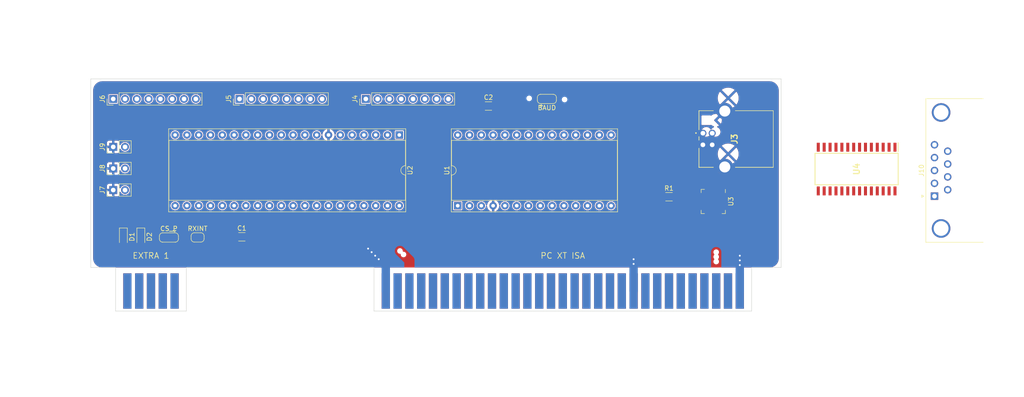
<source format=kicad_pcb>
(kicad_pcb (version 20211014) (generator pcbnew)
  (layers (0 "F.Cu" signal) (31 "B.Cu" signal) (34 "B.Paste" user) (35 "F.Paste" user) (36 "B.SilkS" user "B.Silkscreen") (37 "F.SilkS" user "F.Silkscreen") (38 "B.Mask" user) (39 "F.Mask" user) (44 "Edge.Cuts" user))
  (net 0 "")
  (net 1 "GND")
  (net 2 "RESET")
  (net 3 "VCC")
  (net 10 "~{SMEMW}")
  (net 11 "~{SMEMR}")
  (net 12 "~{IOW}")
  (net 13 "~{IOR}")
  (net 17 "DRQ1")
  (net 19 "BCLK")
  (net 27 "ALE")
  (net 30 "DB7")
  (net 31 "DB6")
  (net 32 "DB5")
  (net 33 "DB4")
  (net 34 "DB3")
  (net 35 "DB2")
  (net 36 "DB1")
  (net 37 "DB0")
  (net 40 "A19")
  (net 41 "A18")
  (net 42 "A17")
  (net 43 "A16")
  (net 44 "A15")
  (net 45 "A14")
  (net 46 "A13")
  (net 47 "A12")
  (net 48 "A11")
  (net 49 "A10")
  (net 50 "A9")
  (net 51 "A8")
  (net 52 "A7")
  (net 53 "A6")
  (net 54 "A5")
  (net 55 "A4")
  (net 56 "A3")
  (net 57 "A2")
  (net 58 "A1")
  (net 59 "A0")
  (net 60 "INT0")
  (net 61 "INT1")
  (net 62 "~{PCS4}")
  (net 63 "BAUD")
  (net 64 "~{PCS6}")
  (net 65 "~{PCS5}")
  (net 66 "DRQ0")
  (net 67 "~{PACK}")
  (net 68 "~{PGMENA}")
  (net 72 "TMR_OUT_0")
  (net 73 "VBUS")
  (net 74 "DN")
  (net 75 "DP")
  (net 76 "Net-(R1-Pad2)")
  (net 77 "RXD")
  (net 78 "~{CTS}")
  (net 79 "TXD")
  (net 80 "~{DSR}")
  (net 81 "~{RTS}")
  (net 82 "~{DTR}")
  (net 83 "300K_CLOCK")
  (net 84 "~{CS_S}")
  (net 85 "~{CS_P}")
  (net 101 "/PA0")
  (net 102 "/PB0")
  (net 103 "/PC0")
  (net 104 "Net-(J4-Pad2)")
  (net 105 "Net-(J4-Pad3)")
  (net 106 "Net-(J4-Pad4)")
  (net 107 "Net-(J4-Pad5)")
  (net 108 "Net-(J4-Pad6)")
  (net 109 "Net-(J4-Pad7)")
  (net 110 "Net-(J4-Pad8)")
  (net 111 "Net-(J5-Pad2)")
  (net 112 "Net-(J5-Pad3)")
  (net 113 "Net-(J5-Pad4)")
  (net 114 "Net-(J5-Pad5)")
  (net 115 "Net-(J5-Pad6)")
  (net 116 "Net-(J5-Pad7)")
  (net 117 "Net-(J5-Pad8)")
  (net 118 "Net-(J6-Pad2)")
  (net 119 "Net-(J6-Pad3)")
  (net 120 "Net-(J6-Pad4)")
  (net 121 "Net-(J6-Pad5)")
  (net 122 "Net-(J6-Pad6)")
  (net 123 "Net-(J6-Pad7)")
  (net 124 "Net-(J6-Pad8)")
  (net 125 "Net-(JP3-Pad1)")
  (net 138 "RS232.DCD")
  (net 139 "RS232.RXD")
  (net 140 "RS232.TXD")
  (net 141 "RS232.DTR")
  (net 142 "RS232.DSR")
  (net 143 "RS232.RTS")
  (net 144 "RS232.CTS")
  (net 145 "RS232.RI")
  (footprint "Connector_PinHeader_2.54mm:PinHeader_1x08_P2.54mm_Vertical" (layer "F.Cu") (at 132.095 82.804 90)
    (fp_text reference "J4" (at 0 -2.33 90) (layer "F.SilkS"))
    (fp_text value "PA")
    (pad "1" thru_hole rect (at 0 0 90) (size 1.7 1.7) (drill 1) (layers *.Cu *.Mask) (net 101 "/PA0"))
    (pad "2" thru_hole oval (at 0 2.54 90) (size 1.7 1.7) (drill 1) (layers *.Cu *.Mask) (net 104 "Net-(J4-Pad2)"))
    (pad "3" thru_hole oval (at 0 5.08 90) (size 1.7 1.7) (drill 1) (layers *.Cu *.Mask) (net 105 "Net-(J4-Pad3)"))
    (pad "4" thru_hole oval (at 0 7.62 90) (size 1.7 1.7) (drill 1) (layers *.Cu *.Mask) (net 106 "Net-(J4-Pad4)"))
    (pad "5" thru_hole oval (at 0 10.16 90) (size 1.7 1.7) (drill 1) (layers *.Cu *.Mask) (net 107 "Net-(J4-Pad5)"))
    (pad "6" thru_hole oval (at 0 12.7 90) (size 1.7 1.7) (drill 1) (layers *.Cu *.Mask) (net 108 "Net-(J4-Pad6)"))
    (pad "7" thru_hole oval (at 0 15.24 90) (size 1.7 1.7) (drill 1) (layers *.Cu *.Mask) (net 109 "Net-(J4-Pad7)"))
    (pad "8" thru_hole oval (at 0 17.78 90) (size 1.7 1.7) (drill 1) (layers *.Cu *.Mask) (net 110 "Net-(J4-Pad8)"))
  )
  (footprint "61729-0010BLF:617290010BLF" (layer "F.Cu") (at 204.655 90.19 90)
    (fp_text reference "J3" (at -1.25 6.8 90) (layer "F.SilkS") (effects (font (size 1.27 1.27) (thickness 0.254))))
    (fp_text value "USB_B" hide)
    (pad "1" thru_hole circle locked (at 0 0 90) (size 1.5 1.5) (drill 1) (layers *.Cu *.Mask) (net 3 "VCC"))
    (pad "2" thru_hole circle locked (at -2.5 0 90) (size 1.5 1.5) (drill 1) (layers *.Cu *.Mask) (net 74 "DN"))
    (pad "3" thru_hole circle locked (at -2.5 2 90) (size 1.5 1.5) (drill 1) (layers *.Cu *.Mask) (net 75 "DP"))
    (pad "4" thru_hole circle locked (at 0 2 90) (size 1.5 1.5) (drill 1) (layers *.Cu *.Mask) (net 1 "GND"))
    (pad "MH1" thru_hole circle locked (at 4.77 4.71 90) (size 3.57 3.57) (drill 2.38) (layers *.Cu *.Mask))
    (pad "MH2" thru_hole circle locked (at -7.27 4.71 90) (size 3.57 3.57) (drill 2.38) (layers *.Cu *.Mask))
  )
  (footprint "Capacitor_SMD:C_1206_3216Metric_Pad1.33x1.80mm_HandSolder" (layer "F.Cu") (at 105.41 112.522)
    (fp_text reference "C1" (at 0 -1.85) (layer "F.SilkS"))
    (fp_text value "100n/0.1u PWR")
    (pad "1" smd roundrect (at -1.5625 0) (size 1.325 1.8) (layers "F.Cu" "F.Paste" "F.Mask") (roundrect_rratio 0.188679) (net 3 "VCC"))
    (pad "2" smd roundrect (at 1.5625 0) (size 1.325 1.8) (layers "F.Cu" "F.Paste" "F.Mask") (roundrect_rratio 0.188679) (net 1 "GND"))
  )
  (footprint "Connector_PinHeader_2.54mm:PinHeader_1x08_P2.54mm_Vertical" (layer "F.Cu") (at 104.9095 82.804 90)
    (fp_text reference "J5" (at 0 -2.33 90) (layer "F.SilkS"))
    (fp_text value "PB")
    (pad "1" thru_hole rect (at 0 0 90) (size 1.7 1.7) (drill 1) (layers *.Cu *.Mask) (net 102 "/PB0"))
    (pad "2" thru_hole oval (at 0 2.54 90) (size 1.7 1.7) (drill 1) (layers *.Cu *.Mask) (net 111 "Net-(J5-Pad2)"))
    (pad "3" thru_hole oval (at 0 5.08 90) (size 1.7 1.7) (drill 1) (layers *.Cu *.Mask) (net 112 "Net-(J5-Pad3)"))
    (pad "4" thru_hole oval (at 0 7.62 90) (size 1.7 1.7) (drill 1) (layers *.Cu *.Mask) (net 113 "Net-(J5-Pad4)"))
    (pad "5" thru_hole oval (at 0 10.16 90) (size 1.7 1.7) (drill 1) (layers *.Cu *.Mask) (net 114 "Net-(J5-Pad5)"))
    (pad "6" thru_hole oval (at 0 12.7 90) (size 1.7 1.7) (drill 1) (layers *.Cu *.Mask) (net 115 "Net-(J5-Pad6)"))
    (pad "7" thru_hole oval (at 0 15.24 90) (size 1.7 1.7) (drill 1) (layers *.Cu *.Mask) (net 116 "Net-(J5-Pad7)"))
    (pad "8" thru_hole oval (at 0 17.78 90) (size 1.7 1.7) (drill 1) (layers *.Cu *.Mask) (net 117 "Net-(J5-Pad8)"))
  )
  (footprint "ISA-X:ISA-X" (layer "F.Cu") (at 212.598 124.206)
    (fp_text reference "J1" hide)
    (fp_text value "PC XT ISA" (at -38.1 -7.62) (layer "F.SilkS") (effects (font (size 1.27 1.27))))
    (pad "1" connect rect (at 0 0) (size 1.78 7.62) (layers "B.Cu" "B.Mask") (net 1 "GND"))
    (pad "2" connect rect (at -2.54 0) (size 1.78 7.62) (layers "B.Cu" "B.Mask") (net 2 "RESET"))
    (pad "3" connect rect (at -5.08 0) (size 1.78 7.62) (layers "B.Cu" "B.Mask") (net 3 "VCC"))
    (pad "4" connect rect (at -7.62 0) (size 1.78 7.62) (layers "B.Cu" "B.Mask"))
    (pad "5" connect rect (at -10.16 0) (size 1.78 7.62) (layers "B.Cu" "B.Mask"))
    (pad "6" connect rect (at -12.7 0) (size 1.78 7.62) (layers "B.Cu" "B.Mask"))
    (pad "7" connect rect (at -15.24 0) (size 1.78 7.62) (layers "B.Cu" "B.Mask"))
    (pad "8" connect rect (at -17.78 0) (size 1.78 7.62) (layers "B.Cu" "B.Mask"))
    (pad "9" connect rect (at -20.32 0) (size 1.78 7.62) (layers "B.Cu" "B.Mask"))
    (pad "10" connect rect (at -22.86 0) (size 1.78 7.62) (layers "B.Cu" "B.Mask") (net 1 "GND"))
    (pad "11" connect rect (at -25.4 0) (size 1.78 7.62) (layers "B.Cu" "B.Mask") (net 10 "~{SMEMW}"))
    (pad "12" connect rect (at -27.94 0) (size 1.78 7.62) (layers "B.Cu" "B.Mask") (net 11 "~{SMEMR}"))
    (pad "13" connect rect (at -30.48 0) (size 1.78 7.62) (layers "B.Cu" "B.Mask") (net 12 "~{IOW}"))
    (pad "14" connect rect (at -33.02 0) (size 1.78 7.62) (layers "B.Cu" "B.Mask") (net 13 "~{IOR}"))
    (pad "15" connect rect (at -35.56 0) (size 1.78 7.62) (layers "B.Cu" "B.Mask"))
    (pad "16" connect rect (at -38.1 0) (size 1.78 7.62) (layers "B.Cu" "B.Mask"))
    (pad "17" connect rect (at -40.64 0) (size 1.78 7.62) (layers "B.Cu" "B.Mask"))
    (pad "18" connect rect (at -43.18 0) (size 1.78 7.62) (layers "B.Cu" "B.Mask") (net 17 "DRQ1"))
    (pad "19" connect rect (at -45.72 0) (size 1.78 7.62) (layers "B.Cu" "B.Mask"))
    (pad "20" connect rect (at -48.26 0) (size 1.78 7.62) (layers "B.Cu" "B.Mask") (net 19 "BCLK"))
    (pad "21" connect rect (at -50.8 0) (size 1.78 7.62) (layers "B.Cu" "B.Mask"))
    (pad "22" connect rect (at -53.34 0) (size 1.78 7.62) (layers "B.Cu" "B.Mask"))
    (pad "23" connect rect (at -55.88 0) (size 1.78 7.62) (layers "B.Cu" "B.Mask"))
    (pad "24" connect rect (at -58.42 0) (size 1.78 7.62) (layers "B.Cu" "B.Mask"))
    (pad "25" connect rect (at -60.96 0) (size 1.78 7.62) (layers "B.Cu" "B.Mask"))
    (pad "26" connect rect (at -63.5 0) (size 1.78 7.62) (layers "B.Cu" "B.Mask"))
    (pad "27" connect rect (at -66.04 0) (size 1.78 7.62) (layers "B.Cu" "B.Mask"))
    (pad "28" connect rect (at -68.58 0) (size 1.78 7.62) (layers "B.Cu" "B.Mask") (net 27 "ALE"))
    (pad "29" connect rect (at -71.12 0) (size 1.78 7.62) (layers "B.Cu" "B.Mask") (net 3 "VCC"))
    (pad "30" connect rect (at -73.66 0) (size 1.78 7.62) (layers "B.Cu" "B.Mask"))
    (pad "31" connect rect (at -76.2 0) (size 1.78 7.62) (layers "B.Cu" "B.Mask") (net 1 "GND"))
    (pad "32" connect rect (at 0 0) (size 1.78 7.62) (layers "F.Cu" "F.Mask"))
    (pad "33" connect rect (at -2.54 0) (size 1.78 7.62) (layers "F.Cu" "F.Mask") (net 30 "DB7"))
    (pad "34" connect rect (at -5.08 0) (size 1.78 7.62) (layers "F.Cu" "F.Mask") (net 31 "DB6"))
    (pad "35" connect rect (at -7.62 0) (size 1.78 7.62) (layers "F.Cu" "F.Mask") (net 32 "DB5"))
    (pad "36" connect rect (at -10.16 0) (size 1.78 7.62) (layers "F.Cu" "F.Mask") (net 33 "DB4"))
    (pad "37" connect rect (at -12.7 0) (size 1.78 7.62) (layers "F.Cu" "F.Mask") (net 34 "DB3"))
    (pad "38" connect rect (at -15.24 0) (size 1.78 7.62) (layers "F.Cu" "F.Mask") (net 35 "DB2"))
    (pad "39" connect rect (at -17.78 0) (size 1.78 7.62) (layers "F.Cu" "F.Mask") (net 36 "DB1"))
    (pad "40" connect rect (at -20.32 0) (size 1.78 7.62) (layers "F.Cu" "F.Mask") (net 37 "DB0"))
    (pad "41" connect rect (at -22.86 0) (size 1.78 7.62) (layers "F.Cu" "F.Mask"))
    (pad "42" connect rect (at -25.4 0) (size 1.78 7.62) (layers "F.Cu" "F.Mask"))
    (pad "43" connect rect (at -27.94 0) (size 1.78 7.62) (layers "F.Cu" "F.Mask") (net 40 "A19"))
    (pad "44" connect rect (at -30.48 0) (size 1.78 7.62) (layers "F.Cu" "F.Mask") (net 41 "A18"))
    (pad "45" connect rect (at -33.02 0) (size 1.78 7.62) (layers "F.Cu" "F.Mask") (net 42 "A17"))
    (pad "46" connect rect (at -35.56 0) (size 1.78 7.62) (layers "F.Cu" "F.Mask") (net 43 "A16"))
    (pad "47" connect rect (at -38.1 0) (size 1.78 7.62) (layers "F.Cu" "F.Mask") (net 44 "A15"))
    (pad "48" connect rect (at -40.64 0) (size 1.78 7.62) (layers "F.Cu" "F.Mask") (net 45 "A14"))
    (pad "49" connect rect (at -43.18 0) (size 1.78 7.62) (layers "F.Cu" "F.Mask") (net 46 "A13"))
    (pad "50" connect rect (at -45.72 0) (size 1.78 7.62) (layers "F.Cu" "F.Mask") (net 47 "A12"))
    (pad "51" connect rect (at -48.26 0) (size 1.78 7.62) (layers "F.Cu" "F.Mask") (net 48 "A11"))
    (pad "52" connect rect (at -50.8 0) (size 1.78 7.62) (layers "F.Cu" "F.Mask") (net 49 "A10"))
    (pad "53" connect rect (at -53.34 0) (size 1.78 7.62) (layers "F.Cu" "F.Mask") (net 50 "A9"))
    (pad "54" connect rect (at -55.88 0) (size 1.78 7.62) (layers "F.Cu" "F.Mask") (net 51 "A8"))
    (pad "55" connect rect (at -58.42 0) (size 1.78 7.62) (layers "F.Cu" "F.Mask") (net 52 "A7"))
    (pad "56" connect rect (at -60.96 0) (size 1.78 7.62) (layers "F.Cu" "F.Mask") (net 53 "A6"))
    (pad "57" connect rect (at -63.5 0) (size 1.78 7.62) (layers "F.Cu" "F.Mask") (net 54 "A5"))
    (pad "58" connect rect (at -66.04 0) (size 1.78 7.62) (layers "F.Cu" "F.Mask") (net 55 "A4"))
    (pad "59" connect rect (at -68.58 0) (size 1.78 7.62) (layers "F.Cu" "F.Mask") (net 56 "A3"))
    (pad "60" connect rect (at -71.12 0) (size 1.78 7.62) (layers "F.Cu" "F.Mask") (net 57 "A2"))
    (pad "61" connect rect (at -73.66 0) (size 1.78 7.62) (layers "F.Cu" "F.Mask") (net 58 "A1"))
    (pad "62" connect rect (at -76.2 0) (size 1.78 7.62) (layers "F.Cu" "F.Mask") (net 59 "A0"))
  )
  (footprint "Diode_SMD:D_SOD-323_HandSoldering" (layer "F.Cu") (at 83.6676 112.522 -90)
    (fp_text reference "D2" (at 0 -1.85 90) (layer "F.SilkS"))
    (fp_text value "Dg")
    (pad "1" smd rect (at -1.25 0 270) (size 1 1) (layers "F.Cu" "F.Paste" "F.Mask") (net 85 "~{CS_P}"))
    (pad "2" smd rect (at 1.25 0 270) (size 1 1) (layers "F.Cu" "F.Paste" "F.Mask") (net 67 "~{PACK}"))
  )
  (footprint "Package_DIP:DIP-28_W15.24mm_Socket" (layer "F.Cu") (at 151.877 105.8164 90)
    (fp_text reference "U1" (at 7.62 -2.33 90) (layer "F.SilkS"))
    (fp_text value "8251A")
    (pad "1" thru_hole rect (at 0 0 90) (size 1.6 1.6) (drill 0.8) (layers *.Cu *.Mask) (net 35 "DB2"))
    (pad "2" thru_hole oval (at 0 2.54 90) (size 1.6 1.6) (drill 0.8) (layers *.Cu *.Mask) (net 34 "DB3"))
    (pad "3" thru_hole oval (at 0 5.08 90) (size 1.6 1.6) (drill 0.8) (layers *.Cu *.Mask) (net 77 "RXD"))
    (pad "4" thru_hole oval (at 0 7.62 90) (size 1.6 1.6) (drill 0.8) (layers *.Cu *.Mask) (net 1 "GND"))
    (pad "5" thru_hole oval (at 0 10.16 90) (size 1.6 1.6) (drill 0.8) (layers *.Cu *.Mask) (net 33 "DB4"))
    (pad "6" thru_hole oval (at 0 12.7 90) (size 1.6 1.6) (drill 0.8) (layers *.Cu *.Mask) (net 32 "DB5"))
    (pad "7" thru_hole oval (at 0 15.24 90) (size 1.6 1.6) (drill 0.8) (layers *.Cu *.Mask) (net 31 "DB6"))
    (pad "8" thru_hole oval (at 0 17.78 90) (size 1.6 1.6) (drill 0.8) (layers *.Cu *.Mask) (net 30 "DB7"))
    (pad "9" thru_hole oval (at 0 20.32 90) (size 1.6 1.6) (drill 0.8) (layers *.Cu *.Mask) (net 63 "BAUD"))
    (pad "10" thru_hole oval (at 0 22.86 90) (size 1.6 1.6) (drill 0.8) (layers *.Cu *.Mask) (net 12 "~{IOW}"))
    (pad "11" thru_hole oval (at 0 25.4 90) (size 1.6 1.6) (drill 0.8) (layers *.Cu *.Mask) (net 84 "~{CS_S}"))
    (pad "12" thru_hole oval (at 0 27.94 90) (size 1.6 1.6) (drill 0.8) (layers *.Cu *.Mask) (net 59 "A0"))
    (pad "13" thru_hole oval (at 0 30.48 90) (size 1.6 1.6) (drill 0.8) (layers *.Cu *.Mask) (net 13 "~{IOR}"))
    (pad "14" thru_hole oval (at 0 33.02 90) (size 1.6 1.6) (drill 0.8) (layers *.Cu *.Mask) (net 125 "Net-(JP3-Pad1)"))
    (pad "15" thru_hole oval (at 15.24 33.02 90) (size 1.6 1.6) (drill 0.8) (layers *.Cu *.Mask))
    (pad "16" thru_hole oval (at 15.24 30.48 90) (size 1.6 1.6) (drill 0.8) (layers *.Cu *.Mask))
    (pad "17" thru_hole oval (at 15.24 27.94 90) (size 1.6 1.6) (drill 0.8) (layers *.Cu *.Mask) (net 78 "~{CTS}"))
    (pad "18" thru_hole oval (at 15.24 25.4 90) (size 1.6 1.6) (drill 0.8) (layers *.Cu *.Mask))
    (pad "19" thru_hole oval (at 15.24 22.86 90) (size 1.6 1.6) (drill 0.8) (layers *.Cu *.Mask) (net 79 "TXD"))
    (pad "20" thru_hole oval (at 15.24 20.32 90) (size 1.6 1.6) (drill 0.8) (layers *.Cu *.Mask) (net 19 "BCLK"))
    (pad "21" thru_hole oval (at 15.24 17.78 90) (size 1.6 1.6) (drill 0.8) (layers *.Cu *.Mask) (net 2 "RESET"))
    (pad "22" thru_hole oval (at 15.24 15.24 90) (size 1.6 1.6) (drill 0.8) (layers *.Cu *.Mask) (net 80 "~{DSR}"))
    (pad "23" thru_hole oval (at 15.24 12.7 90) (size 1.6 1.6) (drill 0.8) (layers *.Cu *.Mask) (net 81 "~{RTS}"))
    (pad "24" thru_hole oval (at 15.24 10.16 90) (size 1.6 1.6) (drill 0.8) (layers *.Cu *.Mask) (net 82 "~{DTR}"))
    (pad "25" thru_hole oval (at 15.24 7.62 90) (size 1.6 1.6) (drill 0.8) (layers *.Cu *.Mask) (net 63 "BAUD"))
    (pad "26" thru_hole oval (at 15.24 5.08 90) (size 1.6 1.6) (drill 0.8) (layers *.Cu *.Mask) (net 3 "VCC"))
    (pad "27" thru_hole oval (at 15.24 2.54 90) (size 1.6 1.6) (drill 0.8) (layers *.Cu *.Mask) (net 37 "DB0"))
    (pad "28" thru_hole oval (at 15.24 0 90) (size 1.6 1.6) (drill 0.8) (layers *.Cu *.Mask) (net 36 "DB1"))
  )
  (footprint "Jumper:SolderJumper-3_P1.3mm_Open_RoundedPad1.0x1.5mm" (layer "F.Cu") (at 171.069 82.804)
    (fp_text reference "JP1" hide)
    (fp_text value "BAUD" (at 0 1.9) (layer "F.SilkS"))
    (pad "1" smd custom (at -1.3 0) (size 1 0.5) (layers "F.Cu" "F.Mask") (net 72 "TMR_OUT_0") (options (clearance outline) (anchor rect)) (primitives (gr_circle (center 0 0.25) (end 0.5 0.25) (width 0) (fill yes)) (gr_circle (center 0 -0.25) (end 0.5 -0.25) (width 0) (fill yes)) (gr_poly (pts (xy 0.55 0.75) (xy 0 0.75) (xy 0 -0.75) (xy 0.55 -0.75)) (width 0) (fill yes))))
    (pad "2" smd rect (at 0 0) (size 1 1.5) (layers "F.Cu" "F.Mask") (net 63 "BAUD"))
    (pad "3" smd custom (at 1.3 0) (size 1 0.5) (layers "F.Cu" "F.Mask") (net 83 "300K_CLOCK") (options (clearance outline) (anchor rect)) (primitives (gr_circle (center 0 0.25) (end 0.5 0.25) (width 0) (fill yes)) (gr_circle (center 0 -0.25) (end 0.5 -0.25) (width 0) (fill yes)) (gr_poly (pts (xy 0 0.75) (xy -0.55 0.75) (xy -0.55 -0.75) (xy 0 -0.75)) (width 0) (fill yes))))
  )
  (footprint "Capacitor_SMD:C_1206_3216Metric_Pad1.33x1.80mm_HandSolder" (layer "F.Cu") (at 158.496 84.328)
    (fp_text reference "C2" (at 0 -1.85) (layer "F.SilkS"))
    (fp_text value "100n/0.1u PWR")
    (pad "1" smd roundrect (at -1.5625 0) (size 1.325 1.8) (layers "F.Cu" "F.Paste" "F.Mask") (roundrect_rratio 0.188679) (net 3 "VCC"))
    (pad "2" smd roundrect (at 1.5625 0) (size 1.325 1.8) (layers "F.Cu" "F.Paste" "F.Mask") (roundrect_rratio 0.188679) (net 1 "GND"))
  )
  (footprint "Connector_PinHeader_2.54mm:PinHeader_1x08_P2.54mm_Vertical" (layer "F.Cu") (at 77.724 82.804 90)
    (fp_text reference "J6" (at 0 -2.33 90) (layer "F.SilkS"))
    (fp_text value "PC")
    (pad "1" thru_hole rect (at 0 0 90) (size 1.7 1.7) (drill 1) (layers *.Cu *.Mask) (net 103 "/PC0"))
    (pad "2" thru_hole oval (at 0 2.54 90) (size 1.7 1.7) (drill 1) (layers *.Cu *.Mask) (net 118 "Net-(J6-Pad2)"))
    (pad "3" thru_hole oval (at 0 5.08 90) (size 1.7 1.7) (drill 1) (layers *.Cu *.Mask) (net 119 "Net-(J6-Pad3)"))
    (pad "4" thru_hole oval (at 0 7.62 90) (size 1.7 1.7) (drill 1) (layers *.Cu *.Mask) (net 120 "Net-(J6-Pad4)"))
    (pad "5" thru_hole oval (at 0 10.16 90) (size 1.7 1.7) (drill 1) (layers *.Cu *.Mask) (net 121 "Net-(J6-Pad5)"))
    (pad "6" thru_hole oval (at 0 12.7 90) (size 1.7 1.7) (drill 1) (layers *.Cu *.Mask) (net 122 "Net-(J6-Pad6)"))
    (pad "7" thru_hole oval (at 0 15.24 90) (size 1.7 1.7) (drill 1) (layers *.Cu *.Mask) (net 123 "Net-(J6-Pad7)"))
    (pad "8" thru_hole oval (at 0 17.78 90) (size 1.7 1.7) (drill 1) (layers *.Cu *.Mask) (net 124 "Net-(J6-Pad8)"))
  )
  (footprint "Diode_SMD:D_SOD-323_HandSoldering" (layer "F.Cu") (at 79.9084 112.522 -90)
    (fp_text reference "D1" (at 0 -1.85 90) (layer "F.SilkS"))
    (fp_text value "Dg")
    (pad "1" smd rect (at -1.25 0 270) (size 1 1) (layers "F.Cu" "F.Paste" "F.Mask") (net 84 "~{CS_S}"))
    (pad "2" smd rect (at 1.25 0 270) (size 1 1) (layers "F.Cu" "F.Paste" "F.Mask") (net 67 "~{PACK}"))
  )
  (footprint "Connector_PinHeader_2.54mm:PinHeader_1x02_P2.54mm_Vertical" (layer "F.Cu") (at 77.724 93.14 90)
    (fp_text reference "J9" (at 0 -2.33 90) (layer "F.SilkS"))
    (fp_text value "PWR")
    (pad "1" thru_hole rect (at 0 0 90) (size 1.7 1.7) (drill 1) (layers *.Cu *.Mask) (net 1 "GND"))
    (pad "2" thru_hole oval (at 0 2.54 90) (size 1.7 1.7) (drill 1) (layers *.Cu *.Mask) (net 3 "VCC"))
  )
  (footprint "Connector_Dsub:DSUB-9_Male_Horizontal_P2.77x2.84mm_EdgePinOffset7.70mm_Housed_MountingHolesOffset9.12mm" (layer "F.Cu") (at 254.508 103.759 90)
    (fp_text reference "J10" (at 5.54 -2.8 90) (layer "F.SilkS"))
    (fp_text value "DB9_Male_MountingHoles")
    (pad "0" thru_hole circle (at -6.96 1.42 90) (size 4 4) (drill 3.2) (layers *.Cu *.Mask) (net 1 "GND"))
    (pad "0" thru_hole circle (at 18.04 1.42 90) (size 4 4) (drill 3.2) (layers *.Cu *.Mask) (net 1 "GND"))
    (pad "1" thru_hole rect (at 0 0 90) (size 1.6 1.6) (drill 1) (layers *.Cu *.Mask) (net 138 "RS232.DCD"))
    (pad "2" thru_hole circle (at 2.77 0 90) (size 1.6 1.6) (drill 1) (layers *.Cu *.Mask) (net 139 "RS232.RXD"))
    (pad "3" thru_hole circle (at 5.54 0 90) (size 1.6 1.6) (drill 1) (layers *.Cu *.Mask) (net 140 "RS232.TXD"))
    (pad "4" thru_hole circle (at 8.31 0 90) (size 1.6 1.6) (drill 1) (layers *.Cu *.Mask) (net 141 "RS232.DTR"))
    (pad "5" thru_hole circle (at 11.08 0 90) (size 1.6 1.6) (drill 1) (layers *.Cu *.Mask) (net 1 "GND"))
    (pad "6" thru_hole circle (at 1.385 2.84 90) (size 1.6 1.6) (drill 1) (layers *.Cu *.Mask) (net 142 "RS232.DSR"))
    (pad "7" thru_hole circle (at 4.155 2.84 90) (size 1.6 1.6) (drill 1) (layers *.Cu *.Mask) (net 143 "RS232.RTS"))
    (pad "8" thru_hole circle (at 6.925 2.84 90) (size 1.6 1.6) (drill 1) (layers *.Cu *.Mask) (net 144 "RS232.CTS"))
    (pad "9" thru_hole circle (at 9.695 2.84 90) (size 1.6 1.6) (drill 1) (layers *.Cu *.Mask) (net 145 "RS232.RI"))
  )
  (footprint "Connector_PinHeader_2.54mm:PinHeader_1x02_P2.54mm_Vertical" (layer "F.Cu") (at 77.724 97.79 90)
    (fp_text reference "J8" (at 0 -2.33 90) (layer "F.SilkS"))
    (fp_text value "PWR")
    (pad "1" thru_hole rect (at 0 0 90) (size 1.7 1.7) (drill 1) (layers *.Cu *.Mask) (net 1 "GND"))
    (pad "2" thru_hole oval (at 0 2.54 90) (size 1.7 1.7) (drill 1) (layers *.Cu *.Mask) (net 3 "VCC"))
  )
  (footprint "Jumper:SolderJumper-2_P1.3mm_Open_RoundedPad1.0x1.5mm" (layer "F.Cu") (at 95.885 112.649 180)
    (fp_text reference "JP3" hide)
    (fp_text value "RXINT" (at 0 1.9) (layer "F.SilkS"))
    (pad "1" smd custom (at -0.65 0 180) (size 1 0.5) (layers "F.Cu" "F.Mask") (net 125 "Net-(JP3-Pad1)") (options (clearance outline) (anchor rect)) (primitives (gr_circle (center 0 0.25) (end 0.5 0.25) (width 0) (fill yes)) (gr_circle (center 0 -0.25) (end 0.5 -0.25) (width 0) (fill yes)) (gr_poly (pts (xy 0.5 0.75) (xy 0 0.75) (xy 0 -0.75) (xy 0.5 -0.75)) (width 0) (fill yes))))
    (pad "2" smd custom (at 0.65 0 180) (size 1 0.5) (layers "F.Cu" "F.Mask") (net 60 "INT0") (options (clearance outline) (anchor rect)) (primitives (gr_circle (center 0 0.25) (end 0.5 0.25) (width 0) (fill yes)) (gr_circle (center 0 -0.25) (end 0.5 -0.25) (width 0) (fill yes)) (gr_poly (pts (xy 0 0.75) (xy -0.5 0.75) (xy -0.5 -0.75) (xy 0 -0.75)) (width 0) (fill yes))))
  )
  (footprint "Package_DIP:DIP-40_W15.24mm_Socket" (layer "F.Cu") (at 139.3036 90.5664 -90)
    (fp_text reference "U2" (at 7.62 -2.33 90) (layer "F.SilkS"))
    (fp_text value "8255")
    (pad "1" thru_hole rect (at 0 0 270) (size 1.6 1.6) (drill 0.8) (layers *.Cu *.Mask) (net 106 "Net-(J4-Pad4)"))
    (pad "2" thru_hole oval (at 0 2.54 270) (size 1.6 1.6) (drill 0.8) (layers *.Cu *.Mask) (net 105 "Net-(J4-Pad3)"))
    (pad "3" thru_hole oval (at 0 5.08 270) (size 1.6 1.6) (drill 0.8) (layers *.Cu *.Mask) (net 104 "Net-(J4-Pad2)"))
    (pad "4" thru_hole oval (at 0 7.62 270) (size 1.6 1.6) (drill 0.8) (layers *.Cu *.Mask) (net 101 "/PA0"))
    (pad "5" thru_hole oval (at 0 10.16 270) (size 1.6 1.6) (drill 0.8) (layers *.Cu *.Mask) (net 13 "~{IOR}"))
    (pad "6" thru_hole oval (at 0 12.7 270) (size 1.6 1.6) (drill 0.8) (layers *.Cu *.Mask) (net 85 "~{CS_P}"))
    (pad "7" thru_hole oval (at 0 15.24 270) (size 1.6 1.6) (drill 0.8) (layers *.Cu *.Mask) (net 1 "GND"))
    (pad "8" thru_hole oval (at 0 17.78 270) (size 1.6 1.6) (drill 0.8) (layers *.Cu *.Mask) (net 58 "A1"))
    (pad "9" thru_hole oval (at 0 20.32 270) (size 1.6 1.6) (drill 0.8) (layers *.Cu *.Mask) (net 59 "A0"))
    (pad "10" thru_hole oval (at 0 22.86 270) (size 1.6 1.6) (drill 0.8) (layers *.Cu *.Mask) (net 124 "Net-(J6-Pad8)"))
    (pad "11" thru_hole oval (at 0 25.4 270) (size 1.6 1.6) (drill 0.8) (layers *.Cu *.Mask) (net 123 "Net-(J6-Pad7)"))
    (pad "12" thru_hole oval (at 0 27.94 270) (size 1.6 1.6) (drill 0.8) (layers *.Cu *.Mask) (net 122 "Net-(J6-Pad6)"))
    (pad "13" thru_hole oval (at 0 30.48 270) (size 1.6 1.6) (drill 0.8) (layers *.Cu *.Mask) (net 121 "Net-(J6-Pad5)"))
    (pad "14" thru_hole oval (at 0 33.02 270) (size 1.6 1.6) (drill 0.8) (layers *.Cu *.Mask) (net 103 "/PC0"))
    (pad "15" thru_hole oval (at 0 35.56 270) (size 1.6 1.6) (drill 0.8) (layers *.Cu *.Mask) (net 118 "Net-(J6-Pad2)"))
    (pad "16" thru_hole oval (at 0 38.1 270) (size 1.6 1.6) (drill 0.8) (layers *.Cu *.Mask) (net 119 "Net-(J6-Pad3)"))
    (pad "17" thru_hole oval (at 0 40.64 270) (size 1.6 1.6) (drill 0.8) (layers *.Cu *.Mask) (net 120 "Net-(J6-Pad4)"))
    (pad "18" thru_hole oval (at 0 43.18 270) (size 1.6 1.6) (drill 0.8) (layers *.Cu *.Mask) (net 102 "/PB0"))
    (pad "19" thru_hole oval (at 0 45.72 270) (size 1.6 1.6) (drill 0.8) (layers *.Cu *.Mask) (net 111 "Net-(J5-Pad2)"))
    (pad "20" thru_hole oval (at 0 48.26 270) (size 1.6 1.6) (drill 0.8) (layers *.Cu *.Mask) (net 112 "Net-(J5-Pad3)"))
    (pad "21" thru_hole oval (at 15.24 48.26 270) (size 1.6 1.6) (drill 0.8) (layers *.Cu *.Mask) (net 113 "Net-(J5-Pad4)"))
    (pad "22" thru_hole oval (at 15.24 45.72 270) (size 1.6 1.6) (drill 0.8) (layers *.Cu *.Mask) (net 114 "Net-(J5-Pad5)"))
    (pad "23" thru_hole oval (at 15.24 43.18 270) (size 1.6 1.6) (drill 0.8) (layers *.Cu *.Mask) (net 115 "Net-(J5-Pad6)"))
    (pad "24" thru_hole oval (at 15.24 40.64 270) (size 1.6 1.6) (drill 0.8) (layers *.Cu *.Mask) (net 116 "Net-(J5-Pad7)"))
    (pad "25" thru_hole oval (at 15.24 38.1 270) (size 1.6 1.6) (drill 0.8) (layers *.Cu *.Mask) (net 117 "Net-(J5-Pad8)"))
    (pad "26" thru_hole oval (at 15.24 35.56 270) (size 1.6 1.6) (drill 0.8) (layers *.Cu *.Mask) (net 3 "VCC"))
    (pad "27" thru_hole oval (at 15.24 33.02 270) (size 1.6 1.6) (drill 0.8) (layers *.Cu *.Mask) (net 30 "DB7"))
    (pad "28" thru_hole oval (at 15.24 30.48 270) (size 1.6 1.6) (drill 0.8) (layers *.Cu *.Mask) (net 31 "DB6"))
    (pad "29" thru_hole oval (at 15.24 27.94 270) (size 1.6 1.6) (drill 0.8) (layers *.Cu *.Mask) (net 32 "DB5"))
    (pad "30" thru_hole oval (at 15.24 25.4 270) (size 1.6 1.6) (drill 0.8) (layers *.Cu *.Mask) (net 33 "DB4"))
    (pad "31" thru_hole oval (at 15.24 22.86 270) (size 1.6 1.6) (drill 0.8) (layers *.Cu *.Mask) (net 34 "DB3"))
    (pad "32" thru_hole oval (at 15.24 20.32 270) (size 1.6 1.6) (drill 0.8) (layers *.Cu *.Mask) (net 35 "DB2"))
    (pad "33" thru_hole oval (at 15.24 17.78 270) (size 1.6 1.6) (drill 0.8) (layers *.Cu *.Mask) (net 36 "DB1"))
    (pad "34" thru_hole oval (at 15.24 15.24 270) (size 1.6 1.6) (drill 0.8) (layers *.Cu *.Mask) (net 37 "DB0"))
    (pad "35" thru_hole oval (at 15.24 12.7 270) (size 1.6 1.6) (drill 0.8) (layers *.Cu *.Mask) (net 2 "RESET"))
    (pad "36" thru_hole oval (at 15.24 10.16 270) (size 1.6 1.6) (drill 0.8) (layers *.Cu *.Mask) (net 12 "~{IOW}"))
    (pad "37" thru_hole oval (at 15.24 7.62 270) (size 1.6 1.6) (drill 0.8) (layers *.Cu *.Mask) (net 110 "Net-(J4-Pad8)"))
    (pad "38" thru_hole oval (at 15.24 5.08 270) (size 1.6 1.6) (drill 0.8) (layers *.Cu *.Mask) (net 109 "Net-(J4-Pad7)"))
    (pad "39" thru_hole oval (at 15.24 2.54 270) (size 1.6 1.6) (drill 0.8) (layers *.Cu *.Mask) (net 108 "Net-(J4-Pad6)"))
    (pad "40" thru_hole oval (at 15.24 0 270) (size 1.6 1.6) (drill 0.8) (layers *.Cu *.Mask) (net 107 "Net-(J4-Pad5)"))
  )
  (footprint "ISA-X:80188 EXTRA" (layer "F.Cu") (at 90.932 124.206)
    (fp_text reference "J2" hide)
    (fp_text value "EXTRA 1" (at -5.08 -7.62) (layer "F.SilkS") (effects (font (size 1.27 1.27))))
    (pad "1" connect rect (at 0 0) (size 1.78 7.62) (layers "B.Cu" "B.Mask") (net 60 "INT0"))
    (pad "2" connect rect (at -2.54 0) (size 1.78 7.62) (layers "B.Cu" "B.Mask") (net 61 "INT1"))
    (pad "3" connect rect (at -5.08 0) (size 1.78 7.62) (layers "B.Cu" "B.Mask") (net 62 "~{PCS4}"))
    (pad "4" connect rect (at -7.62 0) (size 1.78 7.62) (layers "B.Cu" "B.Mask") (net 84 "~{CS_S}"))
    (pad "5" connect rect (at -10.16 0) (size 1.78 7.62) (layers "B.Cu" "B.Mask") (net 72 "TMR_OUT_0"))
    (pad "6" connect rect (at 0 0) (size 1.78 7.62) (layers "F.Cu" "F.Mask") (net 64 "~{PCS6}"))
    (pad "7" connect rect (at -2.54 0) (size 1.78 7.62) (layers "F.Cu" "F.Mask") (net 65 "~{PCS5}"))
    (pad "8" connect rect (at -5.08 0) (size 1.78 7.62) (layers "F.Cu" "F.Mask") (net 66 "DRQ0"))
    (pad "9" connect rect (at -7.62 0) (size 1.78 7.62) (layers "F.Cu" "F.Mask") (net 67 "~{PACK}"))
    (pad "10" connect rect (at -10.16 0) (size 1.78 7.62) (layers "F.Cu" "F.Mask") (net 68 "~{PGMENA}"))
  )
  (footprint "Jumper:SolderJumper-3_P1.3mm_Open_RoundedPad1.0x1.5mm" (layer "F.Cu") (at 89.7128 112.6645 180)
    (fp_text reference "JP2" hide)
    (fp_text value "CS_P" (at 0 1.9) (layer "F.SilkS"))
    (pad "1" smd custom (at -1.3 0 180) (size 1 0.5) (layers "F.Cu" "F.Mask") (net 64 "~{PCS6}") (options (clearance outline) (anchor rect)) (primitives (gr_circle (center 0 0.25) (end 0.5 0.25) (width 0) (fill yes)) (gr_circle (center 0 -0.25) (end 0.5 -0.25) (width 0) (fill yes)) (gr_poly (pts (xy 0.55 0.75) (xy 0 0.75) (xy 0 -0.75) (xy 0.55 -0.75)) (width 0) (fill yes))))
    (pad "2" smd rect (at 0 0 180) (size 1 1.5) (layers "F.Cu" "F.Mask") (net 85 "~{CS_P}"))
    (pad "3" smd custom (at 1.3 0 180) (size 1 0.5) (layers "F.Cu" "F.Mask") (net 65 "~{PCS5}") (options (clearance outline) (anchor rect)) (primitives (gr_circle (center 0 0.25) (end 0.5 0.25) (width 0) (fill yes)) (gr_circle (center 0 -0.25) (end 0.5 -0.25) (width 0) (fill yes)) (gr_poly (pts (xy 0 0.75) (xy -0.55 0.75) (xy -0.55 -0.75) (xy 0 -0.75)) (width 0) (fill yes))))
  )
  (footprint "MAX241CWI:SOIC127P1032X265-28N" (layer "F.Cu") (at 237.744 97.917 -90)
    (fp_text reference "U4" (at 0 0 90) (layer "F.SilkS") (effects (font (size 1.27 1.27) (thickness 0.254))))
    (fp_text value "MAX241CWI+" hide)
    (pad "1" smd rect locked (at -4.712 -8.255) (size 0.65 1.925) (layers "F.Cu" "F.Paste" "F.Mask") (net 141 "RS232.DTR"))
    (pad "2" smd rect locked (at -4.712 -6.985) (size 0.65 1.925) (layers "F.Cu" "F.Paste" "F.Mask") (net 140 "RS232.TXD"))
    (pad "3" smd rect locked (at -4.712 -5.715) (size 0.65 1.925) (layers "F.Cu" "F.Paste" "F.Mask") (net 143 "RS232.RTS"))
    (pad "4" smd rect locked (at -4.712 -4.445) (size 0.65 1.925) (layers "F.Cu" "F.Paste" "F.Mask") (net 144 "RS232.CTS"))
    (pad "5" smd rect locked (at -4.712 -3.175) (size 0.65 1.925) (layers "F.Cu" "F.Paste" "F.Mask") (net 78 "~{CTS}"))
    (pad "6" smd rect locked (at -4.712 -1.905) (size 0.65 1.925) (layers "F.Cu" "F.Paste" "F.Mask") (net 81 "~{RTS}"))
    (pad "7" smd rect locked (at -4.712 -0.635) (size 0.65 1.925) (layers "F.Cu" "F.Paste" "F.Mask") (net 79 "TXD"))
    (pad "8" smd rect locked (at -4.712 0.635) (size 0.65 1.925) (layers "F.Cu" "F.Paste" "F.Mask") (net 77 "RXD"))
    (pad "9" smd rect locked (at -4.712 1.905) (size 0.65 1.925) (layers "F.Cu" "F.Paste" "F.Mask") (net 139 "RS232.RXD"))
    (pad "10" smd rect locked (at -4.712 3.175) (size 0.65 1.925) (layers "F.Cu" "F.Paste" "F.Mask") (net 1 "GND"))
    (pad "11" smd rect locked (at -4.712 4.445) (size 0.65 1.925) (layers "F.Cu" "F.Paste" "F.Mask") (net 3 "VCC"))
    (pad "12" smd rect locked (at -4.712 5.715) (size 0.65 1.925) (layers "F.Cu" "F.Paste" "F.Mask"))
    (pad "13" smd rect locked (at -4.712 6.985) (size 0.65 1.925) (layers "F.Cu" "F.Paste" "F.Mask"))
    (pad "14" smd rect locked (at -4.712 8.255) (size 0.65 1.925) (layers "F.Cu" "F.Paste" "F.Mask"))
    (pad "15" smd rect locked (at 4.712 8.255) (size 0.65 1.925) (layers "F.Cu" "F.Paste" "F.Mask"))
    (pad "16" smd rect locked (at 4.712 6.985) (size 0.65 1.925) (layers "F.Cu" "F.Paste" "F.Mask"))
    (pad "17" smd rect locked (at 4.712 5.715) (size 0.65 1.925) (layers "F.Cu" "F.Paste" "F.Mask"))
    (pad "18" smd rect locked (at 4.712 4.445) (size 0.65 1.925) (layers "F.Cu" "F.Paste" "F.Mask") (net 138 "RS232.DCD"))
    (pad "19" smd rect locked (at 4.712 3.175) (size 0.65 1.925) (layers "F.Cu" "F.Paste" "F.Mask"))
    (pad "20" smd rect locked (at 4.712 1.905) (size 0.65 1.925) (layers "F.Cu" "F.Paste" "F.Mask") (net 82 "~{DTR}"))
    (pad "21" smd rect locked (at 4.712 0.635) (size 0.65 1.925) (layers "F.Cu" "F.Paste" "F.Mask"))
    (pad "22" smd rect locked (at 4.712 -0.635) (size 0.65 1.925) (layers "F.Cu" "F.Paste" "F.Mask"))
    (pad "23" smd rect locked (at 4.712 -1.905) (size 0.65 1.925) (layers "F.Cu" "F.Paste" "F.Mask") (net 145 "RS232.RI"))
    (pad "24" smd rect locked (at 4.712 -3.175) (size 0.65 1.925) (layers "F.Cu" "F.Paste" "F.Mask"))
    (pad "25" smd rect locked (at 4.712 -4.445) (size 0.65 1.925) (layers "F.Cu" "F.Paste" "F.Mask"))
    (pad "26" smd rect locked (at 4.712 -5.715) (size 0.65 1.925) (layers "F.Cu" "F.Paste" "F.Mask") (net 80 "~{DSR}"))
    (pad "27" smd rect locked (at 4.712 -6.985) (size 0.65 1.925) (layers "F.Cu" "F.Paste" "F.Mask") (net 142 "RS232.DSR"))
    (pad "28" smd rect locked (at 4.712 -8.255) (size 0.65 1.925) (layers "F.Cu" "F.Paste" "F.Mask"))
  )
  (footprint "Resistor_SMD:R_1206_3216Metric_Pad1.30x1.75mm_HandSolder" (layer "F.Cu") (at 197.358 103.886)
    (fp_text reference "R1" (at 0 -1.82) (layer "F.SilkS"))
    (fp_text value "PullUP")
    (pad "1" smd roundrect (at -1.55 0) (size 1.3 1.75) (layers "F.Cu" "F.Paste" "F.Mask") (roundrect_rratio 0.192308) (net 3 "VCC"))
    (pad "2" smd roundrect (at 1.55 0) (size 1.3 1.75) (layers "F.Cu" "F.Paste" "F.Mask") (roundrect_rratio 0.192308) (net 76 "Net-(R1-Pad2)"))
  )
  (footprint "Connector_PinHeader_2.54mm:PinHeader_1x02_P2.54mm_Vertical" (layer "F.Cu") (at 77.724 102.44 90)
    (fp_text reference "J7" (at 0 -2.33 90) (layer "F.SilkS"))
    (fp_text value "PWR")
    (pad "1" thru_hole rect (at 0 0 90) (size 1.7 1.7) (drill 1) (layers *.Cu *.Mask) (net 1 "GND"))
    (pad "2" thru_hole oval (at 0 2.54 90) (size 1.7 1.7) (drill 1) (layers *.Cu *.Mask) (net 3 "VCC"))
  )
  (footprint "Package_DFN_QFN:QFN-28-1EP_5x5mm_P0.5mm_EP3.35x3.35mm" (layer "F.Cu") (at 206.883 104.902 -90)
    (fp_text reference "U3" (at 0 -3.8 90) (layer "F.SilkS"))
    (fp_text value "CP2102N-Axx-xQFN28")
    (pad "1" smd roundrect (at -2.45 -1.5 270) (size 0.8 0.25) (layers "F.Cu" "F.Paste" "F.Mask"))
    (pad "2" smd roundrect (at -2.45 -1 270) (size 0.8 0.25) (layers "F.Cu" "F.Paste" "F.Mask") (net 83 "300K_CLOCK"))
    (pad "3" smd roundrect (at -2.45 -0.5 270) (size 0.8 0.25) (layers "F.Cu" "F.Paste" "F.Mask") (net 1 "GND"))
    (pad "4" smd roundrect (at -2.45 0 270) (size 0.8 0.25) (layers "F.Cu" "F.Paste" "F.Mask") (net 75 "DP"))
    (pad "5" smd roundrect (at -2.45 0.5 270) (size 0.8 0.25) (layers "F.Cu" "F.Paste" "F.Mask") (net 74 "DN"))
    (pad "6" smd roundrect (at -2.45 1 270) (size 0.8 0.25) (layers "F.Cu" "F.Paste" "F.Mask"))
    (pad "7" smd roundrect (at -2.45 1.5 270) (size 0.8 0.25) (layers "F.Cu" "F.Paste" "F.Mask") (net 3 "VCC"))
    (pad "8" smd roundrect (at -1.5 2.45 270) (size 0.25 0.8) (layers "F.Cu" "F.Paste" "F.Mask") (net 73 "VBUS"))
    (pad "9" smd roundrect (at -1 2.45 270) (size 0.25 0.8) (layers "F.Cu" "F.Paste" "F.Mask") (net 76 "Net-(R1-Pad2)"))
    (pad "10" smd roundrect (at -0.5 2.45 270) (size 0.25 0.8) (layers "F.Cu" "F.Paste" "F.Mask"))
    (pad "11" smd roundrect (at 0 2.45 270) (size 0.25 0.8) (layers "F.Cu" "F.Paste" "F.Mask"))
    (pad "12" smd roundrect (at 0.5 2.45 270) (size 0.25 0.8) (layers "F.Cu" "F.Paste" "F.Mask"))
    (pad "13" smd roundrect (at 1 2.45 270) (size 0.25 0.8) (layers "F.Cu" "F.Paste" "F.Mask"))
    (pad "14" smd roundrect (at 1.5 2.45 270) (size 0.25 0.8) (layers "F.Cu" "F.Paste" "F.Mask"))
    (pad "15" smd roundrect (at 2.45 1.5 270) (size 0.8 0.25) (layers "F.Cu" "F.Paste" "F.Mask"))
    (pad "16" smd roundrect (at 2.45 1 270) (size 0.8 0.25) (layers "F.Cu" "F.Paste" "F.Mask"))
    (pad "17" smd roundrect (at 2.45 0.5 270) (size 0.8 0.25) (layers "F.Cu" "F.Paste" "F.Mask"))
    (pad "18" smd roundrect (at 2.45 0 270) (size 0.8 0.25) (layers "F.Cu" "F.Paste" "F.Mask"))
    (pad "19" smd roundrect (at 2.45 -0.5 270) (size 0.8 0.25) (layers "F.Cu" "F.Paste" "F.Mask"))
    (pad "20" smd roundrect (at 2.45 -1 270) (size 0.8 0.25) (layers "F.Cu" "F.Paste" "F.Mask"))
    (pad "21" smd roundrect (at 2.45 -1.5 270) (size 0.8 0.25) (layers "F.Cu" "F.Paste" "F.Mask"))
    (pad "22" smd roundrect (at 1.5 -2.45 270) (size 0.25 0.8) (layers "F.Cu" "F.Paste" "F.Mask"))
    (pad "23" smd roundrect (at 1 -2.45 270) (size 0.25 0.8) (layers "F.Cu" "F.Paste" "F.Mask") (net 81 "~{RTS}"))
    (pad "24" smd roundrect (at 0.5 -2.45 270) (size 0.25 0.8) (layers "F.Cu" "F.Paste" "F.Mask") (net 78 "~{CTS}"))
    (pad "25" smd roundrect (at 0 -2.45 270) (size 0.25 0.8) (layers "F.Cu" "F.Paste" "F.Mask") (net 79 "TXD"))
    (pad "26" smd roundrect (at -0.5 -2.45 270) (size 0.25 0.8) (layers "F.Cu" "F.Paste" "F.Mask") (net 77 "RXD"))
    (pad "27" smd roundrect (at -1 -2.45 270) (size 0.25 0.8) (layers "F.Cu" "F.Paste" "F.Mask") (net 82 "~{DTR}"))
    (pad "28" smd roundrect (at -1.5 -2.45 270) (size 0.25 0.8) (layers "F.Cu" "F.Paste" "F.Mask") (net 80 "~{DSR}"))
    (pad "29" smd rect (at 0 0 270) (size 3.35 3.35) (layers "F.Cu" "F.Mask") (net 1 "GND"))
  )
  (gr_line (start 93.472 128.524) (end 78.232 128.524) (layer "Edge.Cuts") (width 0.1))
  (gr_line (start 72.898 78.486) (end 221.488 78.486) (layer "Edge.Cuts") (width 0.1))
  (gr_line (start 93.472 119.126) (end 93.472 128.524) (layer "Edge.Cuts") (width 0.1))
  (gr_line (start 78.232 128.524) (end 78.232 119.126) (layer "Edge.Cuts") (width 0.1))
  (gr_line (start 221.488 119.126) (end 221.488 78.486) (layer "Edge.Cuts") (width 0.1))
  (gr_line (start 215.138 119.126) (end 215.138 128.524) (layer "Edge.Cuts") (width 0.1))
  (gr_line (start 215.138 119.126) (end 221.488 119.126) (layer "Edge.Cuts") (width 0.1))
  (gr_line (start 78.232 119.126) (end 72.898 119.126) (layer "Edge.Cuts") (width 0.1))
  (gr_line (start 133.858 119.126) (end 93.472 119.126) (layer "Edge.Cuts") (width 0.1))
  (gr_line (start 133.858 128.524) (end 133.858 119.126) (layer "Edge.Cuts") (width 0.1))
  (gr_line (start 72.898 78.486) (end 72.898 119.126) (layer "Edge.Cuts") (width 0.1))
  (gr_line (start 215.138 128.524) (end 133.858 128.524) (layer "Edge.Cuts") (width 0.1))
  (via (at 189.738 118.364) (size 0.8) (drill 0.4) (layers "F.Cu" "B.Cu") (net 1))
  (via (at 212.598 117.602) (size 0.8) (drill 0.4) (layers "F.Cu" "B.Cu") (net 1))
  (via (at 189.738 117.348) (size 0.8) (drill 0.4) (layers "F.Cu" "B.Cu") (net 1))
  (via (at 132.588 115.062) (size 0.8) (drill 0.4) (layers "F.Cu" "B.Cu") (net 1))
  (via (at 134.874 117.348) (size 0.8) (drill 0.4) (layers "F.Cu" "B.Cu") (net 1))
  (via (at 212.598 118.618) (size 0.8) (drill 0.4) (layers "F.Cu" "B.Cu") (net 1))
  (via (at 133.35 115.824) (size 0.8) (drill 0.4) (layers "F.Cu" "B.Cu") (net 1))
  (via (at 134.112 116.586) (size 0.8) (drill 0.4) (layers "F.Cu" "B.Cu") (net 1))
  (via (at 212.598 116.586) (size 0.8) (drill 0.4) (layers "F.Cu" "B.Cu") (net 1))
  (segment (start 136.398 124.206) (end 136.398 118.872) (width 1.8) (layer "B.Cu") (net 1))
  (segment (start 189.738 118.364) (end 189.738 124.206) (width 1.8) (layer "B.Cu") (net 1))
  (segment (start 189.738 117.348) (end 189.738 118.364) (width 1.8) (layer "B.Cu") (net 1))
  (segment (start 212.598 118.618) (end 212.598 124.206) (width 1.8) (layer "B.Cu") (net 1))
  (segment (start 212.598 116.586) (end 212.598 117.094) (width 1.8) (layer "B.Cu") (net 1))
  (segment (start 134.874 117.348) (end 134.112 116.586) (width 1.8) (layer "B.Cu") (net 1))
  (segment (start 212.598 117.094) (end 212.598 117.602) (width 1.8) (layer "B.Cu") (net 1))
  (segment (start 134.112 116.586) (end 133.35 115.824) (width 1.8) (layer "B.Cu") (net 1))
  (segment (start 212.598 117.602) (end 212.598 118.618) (width 1.8) (layer "B.Cu") (net 1))
  (segment (start 133.35 115.824) (end 132.588 115.062) (width 1.8) (layer "B.Cu") (net 1))
  (segment (start 136.398 118.872) (end 134.874 117.348) (width 1.8) (layer "B.Cu") (net 1))
  (zone (net 1) (net_name "GND") (layers "F.Cu" "In1.Cu" "In2.Cu" "B.Cu") (connect_pads (clearance 0)) (min_thickness 0.254) (fill yes (thermal_gap 0.508) (thermal_bridge_width 0.508) (smoothing fillet) (radius 2))
    (polygon (pts (xy 220.98 119.126) (xy 73.406 119.126) (xy 73.406 78.994) (xy 220.98 78.994)))
  )
)
</source>
